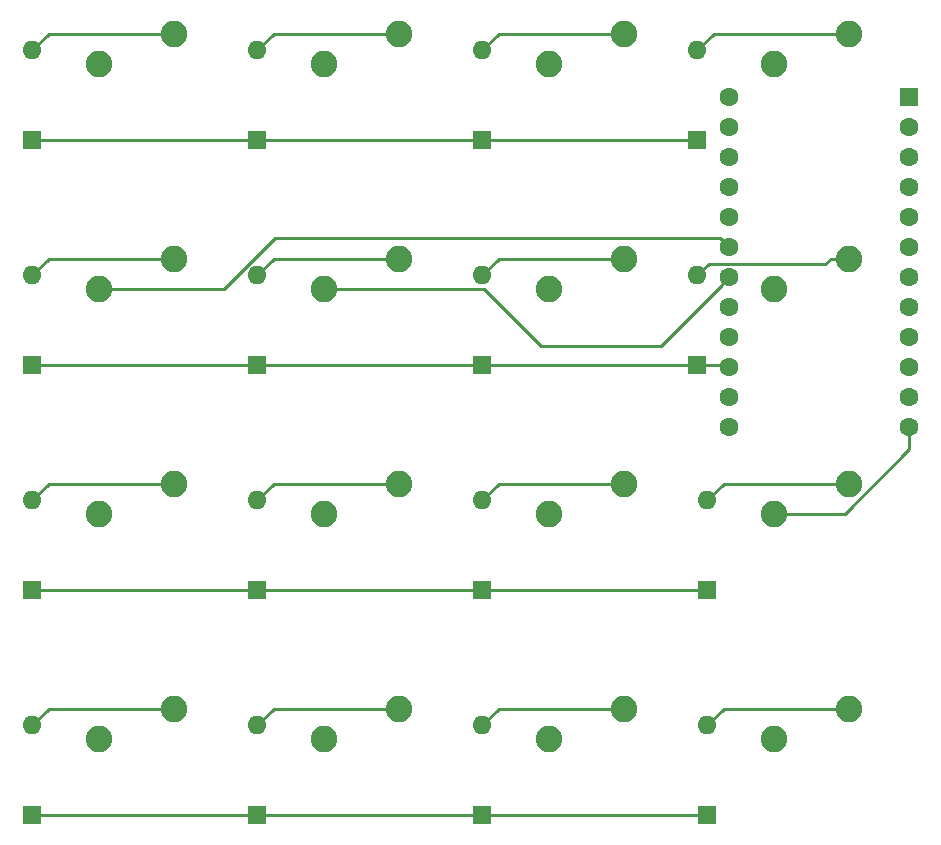
<source format=gtl>
G04 #@! TF.GenerationSoftware,KiCad,Pcbnew,(5.1.6)-1*
G04 #@! TF.CreationDate,2020-08-20T21:51:45+02:00*
G04 #@! TF.ProjectId,europa,6575726f-7061-42e6-9b69-6361645f7063,rev?*
G04 #@! TF.SameCoordinates,Original*
G04 #@! TF.FileFunction,Copper,L1,Top*
G04 #@! TF.FilePolarity,Positive*
%FSLAX46Y46*%
G04 Gerber Fmt 4.6, Leading zero omitted, Abs format (unit mm)*
G04 Created by KiCad (PCBNEW (5.1.6)-1) date 2020-08-20 21:51:45*
%MOMM*%
%LPD*%
G01*
G04 APERTURE LIST*
G04 #@! TA.AperFunction,ComponentPad*
%ADD10C,1.600000*%
G04 #@! TD*
G04 #@! TA.AperFunction,ComponentPad*
%ADD11R,1.600000X1.600000*%
G04 #@! TD*
G04 #@! TA.AperFunction,ComponentPad*
%ADD12C,2.250000*%
G04 #@! TD*
G04 #@! TA.AperFunction,ComponentPad*
%ADD13O,1.600000X1.600000*%
G04 #@! TD*
G04 #@! TA.AperFunction,Conductor*
%ADD14C,0.250000*%
G04 #@! TD*
G04 APERTURE END LIST*
D10*
X130492500Y-65405000D03*
X130492500Y-67945000D03*
X130492500Y-70485000D03*
X130492500Y-73025000D03*
X130492500Y-75565000D03*
X130492500Y-78105000D03*
X130492500Y-80645000D03*
X130492500Y-83185000D03*
X130492500Y-85725000D03*
X130492500Y-88265000D03*
X130492500Y-90805000D03*
X130492500Y-93345000D03*
X145732500Y-93345000D03*
X145732500Y-90805000D03*
X145732500Y-88265000D03*
X145732500Y-85725000D03*
X145732500Y-83185000D03*
X145732500Y-80645000D03*
X145732500Y-78105000D03*
X145732500Y-75565000D03*
X145732500Y-73025000D03*
X145732500Y-70485000D03*
X145732500Y-67945000D03*
D11*
X145732500Y-65405000D03*
D12*
X140652500Y-117157500D03*
X134302500Y-119697500D03*
X121602500Y-117157500D03*
X115252500Y-119697500D03*
X102552500Y-117157500D03*
X96202500Y-119697500D03*
X83502500Y-117157500D03*
X77152500Y-119697500D03*
X140652500Y-98107500D03*
X134302500Y-100647500D03*
X121602500Y-98107500D03*
X115252500Y-100647500D03*
X102552500Y-98107500D03*
X96202500Y-100647500D03*
X83502500Y-98107500D03*
X77152500Y-100647500D03*
X140652500Y-79057500D03*
X134302500Y-81597500D03*
X121602500Y-79057500D03*
X115252500Y-81597500D03*
X102552500Y-79057500D03*
X96202500Y-81597500D03*
X83502500Y-79057500D03*
X77152500Y-81597500D03*
X140652500Y-60007500D03*
X134302500Y-62547500D03*
X121602500Y-60007500D03*
X115252500Y-62547500D03*
X102552500Y-60007500D03*
X96202500Y-62547500D03*
X83502500Y-60007500D03*
X77152500Y-62547500D03*
D13*
X128587500Y-118586250D03*
D11*
X128587500Y-126206250D03*
D13*
X109537500Y-118586250D03*
D11*
X109537500Y-126206250D03*
D13*
X90487500Y-118586250D03*
D11*
X90487500Y-126206250D03*
D13*
X71437500Y-118586250D03*
D11*
X71437500Y-126206250D03*
D13*
X128587500Y-99536250D03*
D11*
X128587500Y-107156250D03*
D13*
X109537500Y-99536250D03*
D11*
X109537500Y-107156250D03*
D13*
X90487500Y-99536250D03*
D11*
X90487500Y-107156250D03*
D13*
X71437500Y-99536250D03*
D11*
X71437500Y-107156250D03*
D13*
X127793750Y-80486250D03*
D11*
X127793750Y-88106250D03*
D13*
X109537500Y-80486250D03*
D11*
X109537500Y-88106250D03*
D13*
X90487500Y-80486250D03*
D11*
X90487500Y-88106250D03*
D13*
X71437500Y-80486250D03*
D11*
X71437500Y-88106250D03*
D13*
X127793750Y-61436250D03*
D11*
X127793750Y-69056250D03*
D13*
X109537500Y-61436250D03*
D11*
X109537500Y-69056250D03*
D13*
X90487500Y-61436250D03*
D11*
X90487500Y-69056250D03*
D13*
X71437500Y-61436250D03*
D11*
X71437500Y-69056250D03*
D14*
X72866250Y-60007500D02*
X83502500Y-60007500D01*
X71437500Y-61436250D02*
X72866250Y-60007500D01*
X71437500Y-69056250D02*
X90487500Y-69056250D01*
X90487500Y-69056250D02*
X109537500Y-69056250D01*
X110587500Y-69056250D02*
X127793750Y-69056250D01*
X109537500Y-69056250D02*
X110587500Y-69056250D01*
X91916250Y-60007500D02*
X102552500Y-60007500D01*
X90487500Y-61436250D02*
X91916250Y-60007500D01*
X110966250Y-60007500D02*
X121602500Y-60007500D01*
X109537500Y-61436250D02*
X110966250Y-60007500D01*
X129222500Y-60007500D02*
X140652500Y-60007500D01*
X127793750Y-61436250D02*
X129222500Y-60007500D01*
X72866250Y-79057500D02*
X83502500Y-79057500D01*
X71437500Y-80486250D02*
X72866250Y-79057500D01*
X71437500Y-88106250D02*
X90487500Y-88106250D01*
X90487500Y-88106250D02*
X109537500Y-88106250D01*
X109537500Y-88106250D02*
X127793750Y-88106250D01*
X130333750Y-88106250D02*
X130492500Y-88265000D01*
X127793750Y-88106250D02*
X130333750Y-88106250D01*
X91916250Y-79057500D02*
X102552500Y-79057500D01*
X90487500Y-80486250D02*
X91916250Y-79057500D01*
X110966250Y-79057500D02*
X121602500Y-79057500D01*
X109537500Y-80486250D02*
X110966250Y-79057500D01*
X139061510Y-79057500D02*
X140652500Y-79057500D01*
X128760001Y-79519999D02*
X138599011Y-79519999D01*
X138599011Y-79519999D02*
X139061510Y-79057500D01*
X127793750Y-80486250D02*
X128760001Y-79519999D01*
X72866250Y-98107500D02*
X83502500Y-98107500D01*
X71437500Y-99536250D02*
X72866250Y-98107500D01*
X71437500Y-107156250D02*
X90487500Y-107156250D01*
X90487500Y-107156250D02*
X109537500Y-107156250D01*
X109537500Y-107156250D02*
X128587500Y-107156250D01*
X91916250Y-98107500D02*
X102552500Y-98107500D01*
X90487500Y-99536250D02*
X91916250Y-98107500D01*
X110966250Y-98107500D02*
X121602500Y-98107500D01*
X109537500Y-99536250D02*
X110966250Y-98107500D01*
X130016250Y-98107500D02*
X140652500Y-98107500D01*
X128587500Y-99536250D02*
X130016250Y-98107500D01*
X72866250Y-117157500D02*
X83502500Y-117157500D01*
X71437500Y-118586250D02*
X72866250Y-117157500D01*
X71437500Y-126206250D02*
X90487500Y-126206250D01*
X90487500Y-126206250D02*
X109537500Y-126206250D01*
X109537500Y-126206250D02*
X128587500Y-126206250D01*
X91916250Y-117157500D02*
X102552500Y-117157500D01*
X90487500Y-118586250D02*
X91916250Y-117157500D01*
X110966250Y-117157500D02*
X121602500Y-117157500D01*
X109537500Y-118586250D02*
X110966250Y-117157500D01*
X130016250Y-117157500D02*
X140652500Y-117157500D01*
X128587500Y-118586250D02*
X130016250Y-117157500D01*
X129692501Y-77305001D02*
X130492500Y-78105000D01*
X92003747Y-77305001D02*
X129692501Y-77305001D01*
X77152500Y-81597500D02*
X87711248Y-81597500D01*
X87711248Y-81597500D02*
X92003747Y-77305001D01*
X129692501Y-81444999D02*
X130492500Y-80645000D01*
X114525399Y-86456401D02*
X124681099Y-86456401D01*
X109680249Y-81611251D02*
X114525399Y-86456401D01*
X124681099Y-86456401D02*
X129692501Y-81444999D01*
X97807241Y-81611251D02*
X109680249Y-81611251D01*
X97793490Y-81597500D02*
X97807241Y-81611251D01*
X96202500Y-81597500D02*
X97793490Y-81597500D01*
X145732500Y-94476370D02*
X145732500Y-93345000D01*
X145732500Y-95173502D02*
X145732500Y-94476370D01*
X140258502Y-100647500D02*
X145732500Y-95173502D01*
X134302500Y-100647500D02*
X140258502Y-100647500D01*
M02*

</source>
